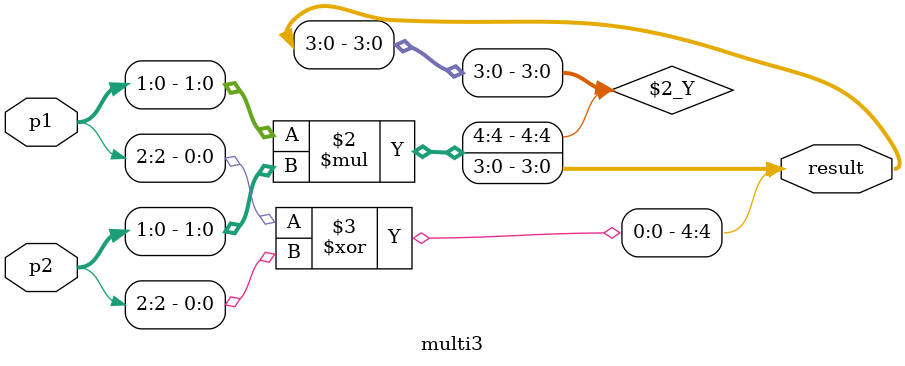
<source format=v>

module multi3_tb();
	reg [2:0] p1;
	reg [2:0] p2;
	wire [4:0] result;
initial begin
	$dumpfile("multi3.vcd");
	$dumpvars();
	p1 <= 0;
	p2 <= 0;
end
	multi3 mult(p1, p2, result);
initial begin
	#2 p1= 3'b11;	p2= 3'b10;
	#2 p1=-3'b01;	p2= 3'b10;
	#2 p1= 3'b10;	p2=-3'b10;
	#2 p1=-3'b11;	p2= 3'b11;
	#2 p1=-3'b11;	p2= 3'b00;
	#5 $finish();
end
endmodule

module multi3(p1, p2, result);
	input [2:0] p1; //最高位是符号位
	input [2:0] p2;
	output reg [4:0] result;

always @ (*)
begin
	result = p1[1:0] * p2[1:0];
	result[4] = p1[2] ^ p2[2];
end
endmodule

</source>
